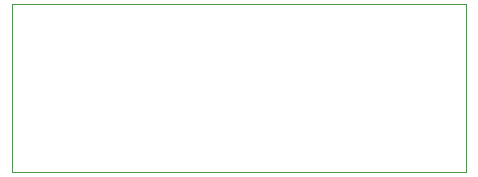
<source format=gbr>
%TF.GenerationSoftware,KiCad,Pcbnew,(6.0.7)*%
%TF.CreationDate,2024-06-12T17:15:33-04:00*%
%TF.ProjectId,DCR BPF V1,44435220-4250-4462-9056-312e6b696361,rev?*%
%TF.SameCoordinates,Original*%
%TF.FileFunction,Profile,NP*%
%FSLAX46Y46*%
G04 Gerber Fmt 4.6, Leading zero omitted, Abs format (unit mm)*
G04 Created by KiCad (PCBNEW (6.0.7)) date 2024-06-12 17:15:33*
%MOMM*%
%LPD*%
G01*
G04 APERTURE LIST*
%TA.AperFunction,Profile*%
%ADD10C,0.100000*%
%TD*%
G04 APERTURE END LIST*
D10*
X41846500Y-54165500D02*
X80327500Y-54165500D01*
X80327500Y-54165500D02*
X80327500Y-68389500D01*
X80327500Y-68389500D02*
X41846500Y-68389500D01*
X41846500Y-68389500D02*
X41846500Y-54165500D01*
M02*

</source>
